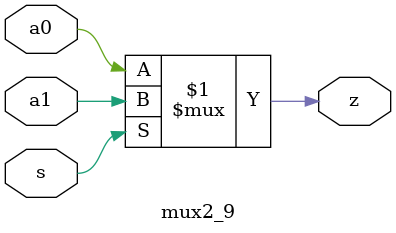
<source format=v>
module mux2_9 (
   z,
   a0, a1, s
   );
  input a0;
  input a1;
  input s;
  output z;
  parameter DELAY = 1;
  assign #DELAY z = s ? a1 : a0;
endmodule
</source>
